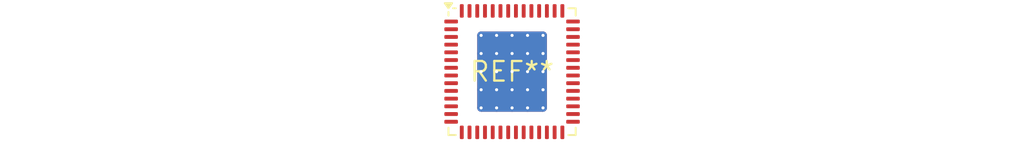
<source format=kicad_pcb>
(kicad_pcb (version 20240108) (generator pcbnew)
  (layers (0 "F.Cu" signal) (31 "B.Cu" signal) (34 "B.Paste" user) (35 "F.Paste" user) (36 "B.SilkS" user "B.Silkscreen") (37 "F.SilkS" user "F.Silkscreen") (38 "B.Mask" user) (39 "F.Mask" user) (44 "Edge.Cuts" user))
  (net 0 "")
  (footprint "QFN-56-1EP_8x8mm_P0.5mm_EP4.5x5.2mm_ThermalVias_TopTented" (layer "F.Cu") (at 0 0)
    (property "Reference" "REF**")
    (property "Value" "QFN-56-1EP_8x8mm_P0.5mm_EP4.5x5.2mm_ThermalVias_TopTented")
    (fp_line (start -4.11 -3.635) (end -4.11 -3.87) (layer "F.SilkS") (stroke (width 0.12)))
    (fp_line (start -4.11 4.11) (end -4.11 3.635) (layer "F.SilkS") (stroke (width 0.12)))
    (fp_line (start -3.635 -4.11) (end -3.81 -4.11) (layer "F.SilkS") (stroke (width 0.12)))
    (fp_line (start -3.635 4.11) (end -4.11 4.11) (layer "F.SilkS") (stroke (width 0.12)))
    (fp_line (start 3.635 -4.11) (end 4.11 -4.11) (layer "F.SilkS") (stroke (width 0.12)))
    (fp_line (start 3.635 4.11) (end 4.11 4.11) (layer "F.SilkS") (stroke (width 0.12)))
    (fp_line (start 4.11 -4.11) (end 4.11 -3.635) (layer "F.SilkS") (stroke (width 0.12)))
    (fp_line (start 4.11 4.11) (end 4.11 3.635) (layer "F.SilkS") (stroke (width 0.12)))
    (fp_poly (pts (xy -4.11 -4.11) (xy -4.35 -4.44) (xy -3.87 -4.44) (xy -4.11 -4.11)) (layer "F.SilkS") (stroke (width 0.12)) (fill solid))
    (pad "1" smd roundrect (at -3.9375 -3.25) (size 0.875 0.25) (layers "F.Cu" "F.Paste" "F.Mask"))
    (pad "2" smd roundrect (at -3.9375 -2.75) (size 0.875 0.25) (layers "F.Cu" "F.Paste" "F.Mask"))
    (pad "3" smd roundrect (at -3.9375 -2.25) (size 0.875 0.25) (layers "F.Cu" "F.Paste" "F.Mask"))
    (pad "4" smd roundrect (at -3.9375 -1.75) (size 0.875 0.25) (layers "F.Cu" "F.Paste" "F.Mask"))
    (pad "5" smd roundrect (at -3.9375 -1.25) (size 0.875 0.25) (layers "F.Cu" "F.Paste" "F.Mask"))
    (pad "6" smd roundrect (at -3.9375 -0.75) (size 0.875 0.25) (layers "F.Cu" "F.Paste" "F.Mask"))
    (pad "7" smd roundrect (at -3.9375 -0.25) (size 0.875 0.25) (layers "F.Cu" "F.Paste" "F.Mask"))
    (pad "8" smd roundrect (at -3.9375 0.25) (size 0.875 0.25) (layers "F.Cu" "F.Paste" "F.Mask"))
    (pad "9" smd roundrect (at -3.9375 0.75) (size 0.875 0.25) (layers "F.Cu" "F.Paste" "F.Mask"))
    (pad "10" smd roundrect (at -3.9375 1.25) (size 0.875 0.25) (layers "F.Cu" "F.Paste" "F.Mask"))
    (pad "11" smd roundrect (at -3.9375 1.75) (size 0.875 0.25) (layers "F.Cu" "F.Paste" "F.Mask"))
    (pad "12" smd roundrect (at -3.9375 2.25) (size 0.875 0.25) (layers "F.Cu" "F.Paste" "F.Mask"))
    (pad "13" smd roundrect (at -3.9375 2.75) (size 0.875 0.25) (layers "F.Cu" "F.Paste" "F.Mask"))
    (pad "14" smd roundrect (at -3.9375 3.25) (size 0.875 0.25) (layers "F.Cu" "F.Paste" "F.Mask"))
    (pad "15" smd roundrect (at -3.25 3.9375) (size 0.25 0.875) (layers "F.Cu" "F.Paste" "F.Mask"))
    (pad "16" smd roundrect (at -2.75 3.9375) (size 0.25 0.875) (layers "F.Cu" "F.Paste" "F.Mask"))
    (pad "17" smd roundrect (at -2.25 3.9375) (size 0.25 0.875) (layers "F.Cu" "F.Paste" "F.Mask"))
    (pad "18" smd roundrect (at -1.75 3.9375) (size 0.25 0.875) (layers "F.Cu" "F.Paste" "F.Mask"))
    (pad "19" smd roundrect (at -1.25 3.9375) (size 0.25 0.875) (layers "F.Cu" "F.Paste" "F.Mask"))
    (pad "20" smd roundrect (at -0.75 3.9375) (size 0.25 0.875) (layers "F.Cu" "F.Paste" "F.Mask"))
    (pad "21" smd roundrect (at -0.25 3.9375) (size 0.25 0.875) (layers "F.Cu" "F.Paste" "F.Mask"))
    (pad "22" smd roundrect (at 0.25 3.9375) (size 0.25 0.875) (layers "F.Cu" "F.Paste" "F.Mask"))
    (pad "23" smd roundrect (at 0.75 3.9375) (size 0.25 0.875) (layers "F.Cu" "F.Paste" "F.Mask"))
    (pad "24" smd roundrect (at 1.25 3.9375) (size 0.25 0.875) (layers "F.Cu" "F.Paste" "F.Mask"))
    (pad "25" smd roundrect (at 1.75 3.9375) (size 0.25 0.875) (layers "F.Cu" "F.Paste" "F.Mask"))
    (pad "26" smd roundrect (at 2.25 3.9375) (size 0.25 0.875) (layers "F.Cu" "F.Paste" "F.Mask"))
    (pad "27" smd roundrect (at 2.75 3.9375) (size 0.25 0.875) (layers "F.Cu" "F.Paste" "F.Mask"))
    (pad "28" smd roundrect (at 3.25 3.9375) (size 0.25 0.875) (layers "F.Cu" "F.Paste" "F.Mask"))
    (pad "29" smd roundrect (at 3.9375 3.25) (size 0.875 0.25) (layers "F.Cu" "F.Paste" "F.Mask"))
    (pad "30" smd roundrect (at 3.9375 2.75) (size 0.875 0.25) (layers "F.Cu" "F.Paste" "F.Mask"))
    (pad "31" smd roundrect (at 3.9375 2.25) (size 0.875 0.25) (layers "F.Cu" "F.Paste" "F.Mask"))
    (pad "32" smd roundrect (at 3.9375 1.75) (size 0.875 0.25) (layers "F.Cu" "F.Paste" "F.Mask"))
    (pad "33" smd roundrect (at 3.9375 1.25) (size 0.875 0.25) (layers "F.Cu" "F.Paste" "F.Mask"))
    (pad "34" smd roundrect (at 3.9375 0.75) (size 0.875 0.25) (layers "F.Cu" "F.Paste" "F.Mask"))
    (pad "35" smd roundrect (at 3.9375 0.25) (size 0.875 0.25) (layers "F.Cu" "F.Paste" "F.Mask"))
    (pad "36" smd roundrect (at 3.9375 -0.25) (size 0.875 0.25) (layers "F.Cu" "F.Paste" "F.Mask"))
    (pad "37" smd roundrect (at 3.9375 -0.75) (size 0.875 0.25) (layers "F.Cu" "F.Paste" "F.Mask"))
    (pad "38" smd roundrect (at 3.9375 -1.25) (size 0.875 0.25) (layers "F.Cu" "F.Paste" "F.Mask"))
    (pad "39" smd roundrect (at 3.9375 -1.75) (size 0.875 0.25) (layers "F.Cu" "F.Paste" "F.Mask"))
    (pad "40" smd roundrect (at 3.9375 -2.25) (size 0.875 0.25) (layers "F.Cu" "F.Paste" "F.Mask"))
    (pad "41" smd roundrect (at 3.9375 -2.75) (size 0.875 0.25) (layers "F.Cu" "F.Paste" "F.Mask"))
    (pad "42" smd roundrect (at 3.9375 -3.25) (size 0.875 0.25) (layers "F.Cu" "F.Paste" "F.Mask"))
    (pad "43" smd roundrect (at 3.25 -3.9375) (size 0.25 0.875) (layers "F.Cu" "F.Paste" "F.Mask"))
    (pad "44" smd roundrect (at 2.75 -3.9375) (size 0.25 0.875) (layers "F.Cu" "F.Paste" "F.Mask"))
    (pad "45" smd roundrect (at 2.25 -3.9375) (size 0.25 0.875) (layers "F.Cu" "F.Paste" "F.Mask"))
    (pad "46" smd roundrect (at 1.75 -3.9375) (size 0.25 0.875) (layers "F.Cu" "F.Paste" "F.Mask"))
    (pad "47" smd roundrect (at 1.25 -3.9375) (size 0.25 0.875) (layers "F.Cu" "F.Paste" "F.Mask"))
    (pad "48" smd roundrect (at 0.75 -3.9375) (size 0.25 0.875) (layers "F.Cu" "F.Paste" "F.Mask"))
    (pad "49" smd roundrect (at 0.25 -3.9375) (size 0.25 0.875) (layers "F.Cu" "F.Paste" "F.Mask"))
    (pad "50" smd roundrect (at -0.25 -3.9375) (size 0.25 0.875) (layers "F.Cu" "F.Paste" "F.Mask"))
    (pad "51" smd roundrect (at -0.75 -3.9375) (size 0.25 0.875) (layers "F.Cu" "F.Paste" "F.Mask"))
    (pad "52" smd roundrect (at -1.25 -3.9375) (size 0.25 0.875) (layers "F.Cu" "F.Paste" "F.Mask"))
    (pad "53" smd roundrect (at -1.75 -3.9375) (size 0.25 0.875) (layers "F.Cu" "F.Paste" "F.Mask"))
    (pad "54" smd roundrect (at -2.25 -3.9375) (size 0.25 0.875) (layers "F.Cu" "F.Paste" "F.Mask"))
    (pad "55" smd roundrect (at -2.75 -3.9375) (size 0.25 0.875) (layers "F.Cu" "F.Paste" "F.Mask"))
    (pad "56" smd roundrect (at -3.25 -3.9375) (size 0.25 0.875) (layers "F.Cu" "F.Paste" "F.Mask"))
    (pad "57" thru_hole circle (at -2 -2.35) (size 0.5 0.5) (drill 0.2) (layers *.Cu) (remove_unused_layers))
    (pad "57" thru_hole circle (at -2 -1.175) (size 0.5 0.5) (drill 0.2) (layers *.Cu) (remove_unused_layers))
    (pad "57" thru_hole circle (at -2 0) (size 0.5 0.5) (drill 0.2) (layers *.Cu) (remove_unused_layers))
    (pad "57" thru_hole circle (at -2 1.175) (size 0.5 0.5) (drill 0.2) (layers *.Cu) (remove_unused_layers))
    (pad "57" thru_hole circle (at -2 2.35) (size 0.5 0.5) (drill 0.2) (layers *.Cu) (remove_unused_layers))
    (pad "57" thru_hole circle (at -1 -2.35) (size 0.5 0.5) (drill 0.2) (layers *.Cu) (remove_unused_layers))
    (pad "57" thru_hole circle (at -1 -1.175) (size 0.5 0.5) (drill 0.2) (layers *.Cu) (remove_unused_layers))
    (pad "57" thru_hole circle (at -1 0) (size 0.5 0.5) (drill 0.2) (layers *.Cu) (remove_unused_layers))
    (pad "57" thru_hole circle (at -1 1.175) (size 0.5 0.5) (drill 0.2) (layers *.Cu) (remove_unused_layers))
    (pad "57" thru_hole circle (at -1 2.35) (size 0.5 0.5) (drill 0.2) (layers *.Cu) (remove_unused_layers))
    (pad "57" thru_hole circle (at 0 -2.35) (size 0.5 0.5) (drill 0.2) (layers *.Cu) (remove_unused_layers))
    (pad "57" thru_hole circle (at 0 -1.175) (size 0.5 0.5) (drill 0.2) (layers *.Cu) (remove_unused_layers))
    (pad "57" thru_hole circle (at 0 0) (size 0.5 0.5) (drill 0.2) (layers *.Cu) (remove_unused_layers))
    (pad "57" smd roundrect (at 0 0) (size 4.5 5.2) (layers "F.Cu") (roundrect_rratio 0.056))
    (pad "57" smd roundrect (at 0 0) (size 4.5 5.2) (layers "B.Cu") (roundrect_rratio 0.055556))
    (pad "57" thru_hole circle (at 0 1.175) (size 0.5 0.5) (drill 0.2) (layers *.Cu) (remove_unused_layers))
    (pad "57" thru_hole circle (at 0 2.35) (size 0.5 0.5) (drill 0.2) (layers *.Cu) (remove_unused_layers))
    (pad "57" thru_hole circle (at 1 -2.35) (size 0.5 0.5) (drill 0.2) (layers *.Cu) (remove_unused_layers))
    (pad "57" thru_hole circle (at 1 -1.175) (size 0.5 0.5) (drill 0.2) (layers *.Cu) (remove_unused_layers))
    (pad "57" thru_hole circle (at 1 0) (size 0.5 0.5) (drill 0.2) (layers *.Cu) (remove_unused_layers))
    (pad "57" thru_hole circle (at 1 1.175) (size 0.5 0.5) (drill 0.2) (layers *.Cu) (remove_unused_layers))
    (pad "57" thru_hole circle (at 1 2.35) (size 0.5 0.5) (drill 0.2) (layers *.Cu) (remove_unused_layers))
    (pad "57" thru_hole circle (at 2 -2.35) (size 0.5 0.5) (drill 0.2) (layers *.Cu) (remove_unused_layers))
    (pad "57" thru_hole circle (at 2 -1.175) (size 0.5 0.5) (drill 0.2) (layers *.Cu) (remove_unused_layers))
    (pad "57" thru_hole circle (at 2 0) (size 0.5 0.5) (drill 0.2) (layers *.Cu) (remove_unused_layers))
    (pad "57" thru_hole circle (at 2 1.175) (size 0.5 0.5) (drill 0.2) (layers *.Cu) (remove_unused_layers))
    (pad "57" thru_hole circle (at 2 2.35) (size 0.5 0.5) (drill 0.2) (layers *.Cu) (remove_unused_layers))
  )
)
</source>
